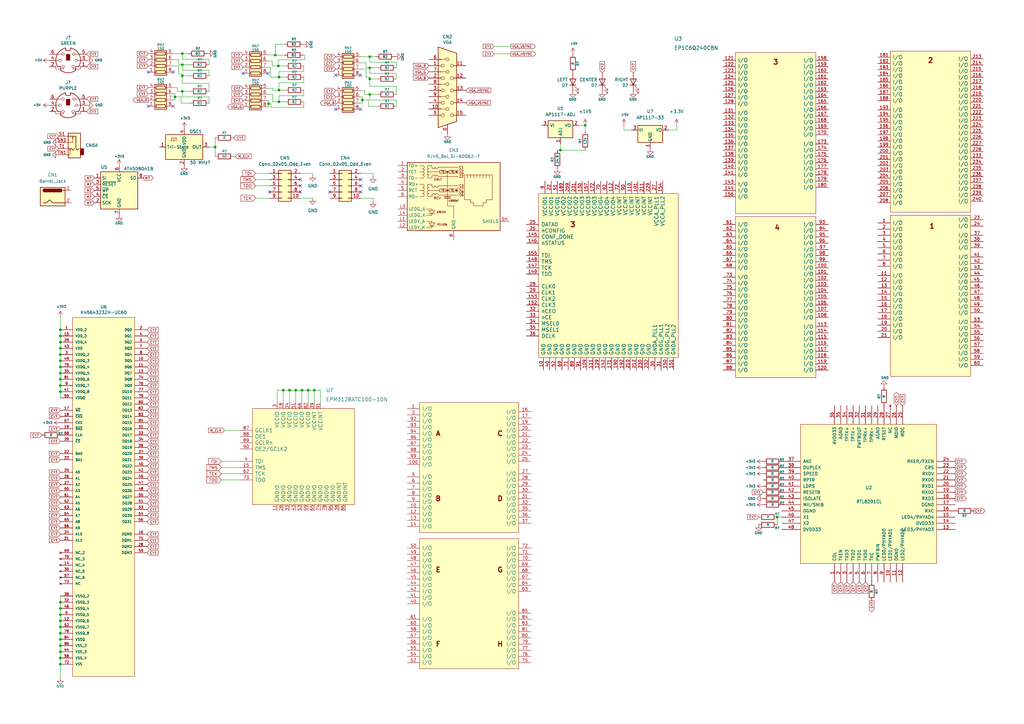
<source format=kicad_sch>
(kicad_sch (version 20211123) (generator eeschema)
  (paper "A3")
  (title_block (title "L130 Reverse Engineering") (date "2022-10-14") (company "gzalo.com"))
  (junction (at 24.765 160.655))
  (junction (at 151.638 38.735))
  (junction (at 121.285 160.02))
  (junction (at 151.638 32.385))
  (junction (at 24.765 145.415))
  (junction (at 24.765 150.495))
  (junction (at 24.765 249.555))
  (junction (at 148.59 41.021))
  (junction (at 24.765 254.635))
  (junction (at 114.427 41.783))
  (junction (at 88.265 60.325))
  (junction (at 24.765 252.095))
  (junction (at 118.745 160.02))
  (junction (at 151.638 23.241))
  (junction (at 229.87 61.595))
  (junction (at 24.765 272.415))
  (junction (at 114.427 36.957))
  (junction (at 114.173 27.051))
  (junction (at 24.765 158.115))
  (junction (at 24.765 257.175))
  (junction (at 74.803 37.465))
  (junction (at 110.109 42.545))
  (junction (at 71.755 39.751))
  (junction (at 24.765 155.575))
  (junction (at 24.765 135.255))
  (junction (at 24.765 267.335))
  (junction (at 74.803 21.971))
  (junction (at 24.765 142.875))
  (junction (at 74.803 26.543))
  (junction (at 24.765 137.795))
  (junction (at 318.77 212.09))
  (junction (at 128.905 160.02))
  (junction (at 116.205 160.02))
  (junction (at 151.638 27.813))
  (junction (at 24.765 259.715))
  (junction (at 24.765 153.035))
  (junction (at 240.03 51.435))
  (junction (at 24.765 147.955))
  (junction (at 24.765 140.335))
  (junction (at 24.765 264.795))
  (junction (at 112.903 22.606))
  (junction (at 126.365 160.02))
  (junction (at 114.427 31.623))
  (junction (at 123.825 160.02))
  (junction (at 74.803 31.115))
  (junction (at 24.765 269.875))
  (junction (at 24.765 262.255))
  (junction (at 24.765 247.015))
  (no_connect (at 137.668 44.831))
  (no_connect (at 147.955 73.66))
  (no_connect (at 147.955 76.2))
  (no_connect (at 147.955 78.74))
  (no_connect (at 135.255 78.74))
  (no_connect (at 123.19 78.74))
  (no_connect (at 110.49 78.74))
  (no_connect (at 137.668 30.861))
  (no_connect (at 147.828 30.861))
  (no_connect (at 99.695 30.099))
  (no_connect (at 123.19 76.2))
  (no_connect (at 70.993 43.561))
  (no_connect (at 123.19 73.66))
  (no_connect (at 70.993 29.591))
  (no_connect (at 60.833 43.561))
  (no_connect (at 147.828 44.831))
  (no_connect (at 60.833 29.591))
  (no_connect (at 109.855 30.099))
  (wire (pts (xy 320.675 212.09) (xy 318.77 212.09)))
  (wire (pts (xy 72.771 37.465) (xy 74.803 37.465)))
  (wire (pts (xy 73.279 24.511) (xy 70.993 24.511)))
  (wire (pts (xy 85.725 24.257) (xy 85.725 26.543)))
  (wire (pts (xy 24.765 264.795) (xy 24.765 267.335)))
  (wire (pts (xy 116.713 22.606) (xy 112.903 22.606)))
  (wire (pts (xy 229.87 61.595) (xy 240.03 61.595)))
  (wire (pts (xy 113.665 165.1) (xy 113.665 160.02)))
  (wire (pts (xy 124.968 24.511) (xy 124.968 22.606)))
  (wire (pts (xy 123.19 71.12) (xy 128.27 71.12)))
  (wire (pts (xy 112.903 18.161) (xy 116.713 18.161)))
  (wire (pts (xy 109.855 38.735) (xy 111.887 38.735)))
  (wire (pts (xy 24.765 249.555) (xy 24.765 252.095)))
  (wire (pts (xy 151.638 27.813) (xy 154.94 27.813)))
  (wire (pts (xy 148.59 42.291) (xy 147.828 42.291)))
  (wire (pts (xy 24.765 145.415) (xy 24.765 147.955)))
  (wire (pts (xy 153.035 71.12) (xy 153.035 72.39)))
  (wire (pts (xy 151.638 32.385) (xy 154.94 32.385)))
  (wire (pts (xy 128.27 71.12) (xy 128.27 71.755)))
  (wire (pts (xy 74.803 26.543) (xy 73.279 26.543)))
  (wire (pts (xy 110.871 31.623) (xy 114.427 31.623)))
  (wire (pts (xy 128.905 165.1) (xy 128.905 160.02)))
  (wire (pts (xy 114.427 36.957) (xy 116.967 36.957)))
  (wire (pts (xy 114.427 33.909) (xy 114.427 36.957)))
  (wire (pts (xy 124.587 39.243) (xy 114.427 39.243)))
  (wire (pts (xy 109.855 36.195) (xy 111.887 36.195)))
  (wire (pts (xy 202.692 22.098) (xy 209.55 22.098)))
  (wire (pts (xy 71.755 38.481) (xy 71.755 39.751)))
  (wire (pts (xy 151.638 41.021) (xy 162.56 41.021)))
  (wire (pts (xy 24.765 259.715) (xy 24.765 262.255)))
  (wire (pts (xy 162.56 38.735) (xy 162.56 35.433)))
  (wire (pts (xy 150.114 28.321) (xy 150.114 31.623)))
  (wire (pts (xy 151.638 30.099) (xy 162.56 30.099)))
  (wire (pts (xy 151.638 23.241) (xy 151.638 25.527)))
  (wire (pts (xy 110.109 41.275) (xy 110.109 42.545)))
  (wire (pts (xy 114.173 24.511) (xy 124.968 24.511)))
  (wire (pts (xy 70.993 27.051) (xy 73.279 27.051)))
  (wire (pts (xy 124.587 29.337) (xy 124.587 27.051)))
  (wire (pts (xy 124.968 22.606) (xy 124.333 22.606)))
  (wire (pts (xy 24.765 160.655) (xy 24.765 163.195)))
  (wire (pts (xy 104.775 71.12) (xy 110.49 71.12)))
  (wire (pts (xy 259.08 53.34) (xy 255.905 53.34)))
  (wire (pts (xy 123.825 160.02) (xy 126.365 160.02)))
  (wire (pts (xy 118.745 165.1) (xy 118.745 160.02)))
  (wire (pts (xy 151.638 35.433) (xy 151.638 32.385)))
  (wire (pts (xy 24.765 257.175) (xy 24.765 259.715)))
  (wire (pts (xy 24.765 140.335) (xy 24.765 142.875)))
  (wire (pts (xy 240.03 51.435) (xy 240.03 53.975)))
  (wire (pts (xy 88.265 56.515) (xy 88.265 60.325)))
  (wire (pts (xy 162.56 41.021) (xy 162.56 43.561)))
  (wire (pts (xy 153.035 81.28) (xy 153.035 82.55)))
  (wire (pts (xy 151.638 31.623) (xy 151.638 32.385)))
  (wire (pts (xy 85.725 28.829) (xy 85.725 31.115)))
  (wire (pts (xy 109.855 27.559) (xy 110.871 27.559)))
  (wire (pts (xy 124.587 33.909) (xy 114.427 33.909)))
  (wire (pts (xy 24.765 135.255) (xy 24.765 137.795)))
  (wire (pts (xy 149.606 38.735) (xy 151.638 38.735)))
  (wire (pts (xy 151.638 27.813) (xy 150.114 27.813)))
  (wire (pts (xy 24.765 254.635) (xy 24.765 257.175)))
  (wire (pts (xy 111.887 38.735) (xy 111.887 41.783)))
  (wire (pts (xy 114.427 39.243) (xy 114.427 41.783)))
  (wire (pts (xy 151.638 27.813) (xy 151.638 30.099)))
  (wire (pts (xy 74.803 21.971) (xy 74.803 24.257)))
  (wire (pts (xy 85.725 34.163) (xy 74.803 34.163)))
  (wire (pts (xy 90.805 191.77) (xy 98.425 191.77)))
  (wire (pts (xy 112.903 22.606) (xy 112.903 18.161)))
  (wire (pts (xy 88.265 60.325) (xy 88.265 64.135)))
  (wire (pts (xy 24.765 142.875) (xy 24.765 145.415)))
  (wire (pts (xy 151.13 43.561) (xy 154.94 43.561)))
  (wire (pts (xy 72.771 35.941) (xy 72.771 37.465)))
  (wire (pts (xy 74.803 24.257) (xy 85.725 24.257)))
  (wire (pts (xy 109.855 22.479) (xy 112.903 22.606)))
  (wire (pts (xy 111.887 36.195) (xy 111.887 36.957)))
  (wire (pts (xy 116.205 160.02) (xy 116.205 165.1)))
  (wire (pts (xy 121.285 160.02) (xy 123.825 160.02)))
  (wire (pts (xy 111.125 42.545) (xy 111.125 44.069)))
  (wire (pts (xy 111.633 27.051) (xy 114.173 27.051)))
  (wire (pts (xy 24.765 252.095) (xy 24.765 254.635)))
  (wire (pts (xy 74.803 30.353) (xy 74.803 31.115)))
  (wire (pts (xy 202.692 19.05) (xy 209.55 19.05)))
  (wire (pts (xy 151.638 25.527) (xy 162.56 25.527)))
  (wire (pts (xy 104.775 73.66) (xy 110.49 73.66)))
  (wire (pts (xy 277.495 53.34) (xy 277.495 51.435)))
  (wire (pts (xy 74.803 37.465) (xy 74.803 39.751)))
  (wire (pts (xy 74.803 34.163) (xy 74.803 31.115)))
  (wire (pts (xy 147.828 39.751) (xy 148.59 39.751)))
  (wire (pts (xy 151.638 38.735) (xy 154.94 38.735)))
  (wire (pts (xy 150.114 31.623) (xy 151.638 31.623)))
  (wire (pts (xy 149.606 37.211) (xy 149.606 38.735)))
  (wire (pts (xy 151.638 38.735) (xy 151.638 41.021)))
  (wire (pts (xy 24.765 269.875) (xy 24.765 272.415)))
  (wire (pts (xy 24.765 244.475) (xy 24.765 247.015)))
  (wire (pts (xy 228.6 61.595) (xy 229.87 61.595)))
  (wire (pts (xy 74.803 26.543) (xy 78.105 26.543)))
  (wire (pts (xy 24.765 153.035) (xy 24.765 155.575)))
  (wire (pts (xy 74.803 31.115) (xy 78.105 31.115)))
  (wire (pts (xy 111.887 41.783) (xy 114.427 41.783)))
  (wire (pts (xy 237.49 51.435) (xy 240.03 51.435)))
  (wire (pts (xy 123.825 165.1) (xy 123.825 160.02)))
  (wire (pts (xy 147.955 71.12) (xy 153.035 71.12)))
  (wire (pts (xy 70.993 35.941) (xy 72.771 35.941)))
  (wire (pts (xy 24.765 262.255) (xy 24.765 264.795)))
  (wire (pts (xy 114.427 41.783) (xy 116.967 41.783)))
  (wire (pts (xy 116.205 160.02) (xy 118.745 160.02)))
  (wire (pts (xy 111.887 36.957) (xy 114.427 36.957)))
  (wire (pts (xy 124.587 36.957) (xy 124.587 39.243)))
  (wire (pts (xy 73.279 27.051) (xy 73.279 30.353)))
  (wire (pts (xy 90.805 194.31) (xy 98.425 194.31)))
  (wire (pts (xy 85.725 37.465) (xy 85.725 34.163)))
  (wire (pts (xy 113.665 160.02) (xy 116.205 160.02)))
  (wire (pts (xy 109.855 25.019) (xy 111.633 25.019)))
  (wire (pts (xy 150.114 27.813) (xy 150.114 25.781)))
  (wire (pts (xy 147.828 37.211) (xy 149.606 37.211)))
  (wire (pts (xy 109.855 41.275) (xy 110.109 41.275)))
  (wire (pts (xy 71.755 41.021) (xy 70.993 41.021)))
  (wire (pts (xy 229.87 59.055) (xy 229.87 61.595)))
  (wire (pts (xy 110.109 42.545) (xy 110.109 43.815)))
  (wire (pts (xy 110.871 27.559) (xy 110.871 31.623)))
  (wire (pts (xy 24.765 130.175) (xy 24.765 135.255)))
  (wire (pts (xy 131.445 165.1) (xy 131.445 160.02)))
  (wire (pts (xy 126.365 160.02) (xy 128.905 160.02)))
  (wire (pts (xy 162.56 25.527) (xy 162.56 27.813)))
  (wire (pts (xy 150.114 25.781) (xy 147.828 25.781)))
  (wire (pts (xy 24.765 155.575) (xy 24.765 158.115)))
  (wire (pts (xy 151.13 41.021) (xy 151.13 43.561)))
  (wire (pts (xy 24.765 247.015) (xy 24.765 249.555)))
  (wire (pts (xy 73.279 30.353) (xy 74.803 30.353)))
  (wire (pts (xy 90.805 196.85) (xy 98.425 196.85)))
  (wire (pts (xy 24.765 137.795) (xy 24.765 140.335)))
  (wire (pts (xy 74.803 39.751) (xy 85.725 39.751)))
  (wire (pts (xy 147.828 28.321) (xy 150.114 28.321)))
  (wire (pts (xy 126.365 165.1) (xy 126.365 160.02)))
  (wire (pts (xy 110.109 43.815) (xy 109.855 43.815)))
  (wire (pts (xy 148.59 41.021) (xy 151.13 41.021)))
  (wire (pts (xy 104.775 76.2) (xy 110.49 76.2)))
  (wire (pts (xy 71.755 39.751) (xy 74.295 39.751)))
  (wire (pts (xy 74.295 39.751) (xy 74.295 42.291)))
  (wire (pts (xy 121.285 165.1) (xy 121.285 160.02)))
  (wire (pts (xy 162.56 30.099) (xy 162.56 32.385)))
  (wire (pts (xy 123.19 81.28) (xy 128.27 81.28)))
  (wire (pts (xy 104.775 81.28) (xy 110.49 81.28)))
  (wire (pts (xy 274.32 53.34) (xy 277.495 53.34)))
  (wire (pts (xy 71.755 39.751) (xy 71.755 41.021)))
  (wire (pts (xy 111.633 25.019) (xy 111.633 27.051)))
  (wire (pts (xy 24.765 272.415) (xy 24.765 278.13)))
  (wire (pts (xy 74.803 26.543) (xy 74.803 28.829)))
  (wire (pts (xy 85.725 39.751) (xy 85.725 42.291)))
  (wire (pts (xy 90.805 189.23) (xy 98.425 189.23)))
  (wire (pts (xy 124.587 44.069) (xy 124.587 41.783)))
  (wire (pts (xy 114.427 31.623) (xy 114.427 29.337)))
  (wire (pts (xy 148.59 39.751) (xy 148.59 41.021)))
  (wire (pts (xy 92.075 176.53) (xy 98.425 176.53)))
  (wire (pts (xy 131.445 160.02) (xy 128.905 160.02)))
  (wire (pts (xy 114.427 31.623) (xy 116.967 31.623)))
  (wire (pts (xy 162.56 35.433) (xy 151.638 35.433)))
  (wire (pts (xy 114.427 29.337) (xy 124.587 29.337)))
  (wire (pts (xy 114.173 27.051) (xy 116.967 27.051)))
  (wire (pts (xy 111.125 44.069) (xy 124.587 44.069)))
  (wire (pts (xy 95.885 64.135) (xy 96.52 64.135)))
  (wire (pts (xy 318.77 215.265) (xy 318.77 212.09)))
  (wire (pts (xy 114.173 24.511) (xy 114.173 27.051)))
  (wire (pts (xy 74.803 21.971) (xy 77.343 21.971)))
  (wire (pts (xy 74.803 28.829) (xy 85.725 28.829)))
  (wire (pts (xy 151.638 23.241) (xy 154.178 23.241)))
  (wire (pts (xy 147.955 81.28) (xy 153.035 81.28)))
  (wire (pts (xy 24.765 158.115) (xy 24.765 160.655)))
  (wire (pts (xy 121.285 160.02) (xy 118.745 160.02)))
  (wire (pts (xy 24.765 150.495) (xy 24.765 153.035)))
  (wire (pts (xy 74.295 42.291) (xy 78.105 42.291)))
  (wire (pts (xy 70.993 38.481) (xy 71.755 38.481)))
  (wire (pts (xy 110.109 42.545) (xy 111.125 42.545)))
  (wire (pts (xy 255.905 51.435) (xy 255.905 53.34)))
  (wire (pts (xy 70.993 21.971) (xy 74.803 21.971)))
  (wire (pts (xy 147.828 23.241) (xy 151.638 23.241)))
  (wire (pts (xy 24.765 267.335) (xy 24.765 269.875)))
  (wire (pts (xy 124.587 31.623) (xy 124.587 33.909)))
  (wire (pts (xy 73.279 26.543) (xy 73.279 24.511)))
  (wire (pts (xy 148.59 41.021) (xy 148.59 42.291)))
  (wire (pts (xy 24.765 147.955) (xy 24.765 150.495)))
  (wire (pts (xy 74.803 37.465) (xy 78.105 37.465)))
  (wire (pts (xy 85.725 60.325) (xy 88.265 60.325)))
  (global_label "CY?" (shape input) (at 60.325 158.115 0) (effects (font (size 0.9906 0.9906))) (property "Intersheet References" "${INTERSHEET_REFS}" (effects hide)))
  (global_label "CY?" (shape input) (at 24.13 55.88 180) (effects (font (size 0.9906 0.9906))) (property "Intersheet References" "${INTERSHEET_REFS}" (effects hide)))
  (global_label "CY?" (shape input) (at 60.325 188.595 0) (effects (font (size 0.9906 0.9906))) (property "Intersheet References" "${INTERSHEET_REFS}" (effects hide)))
  (global_label "CY?" (shape input) (at 60.325 219.075 0) (effects (font (size 0.9906 0.9906))) (property "Intersheet References" "${INTERSHEET_REFS}" (effects hide)))
  (global_label "TDO" (shape input) (at 90.805 196.85 180) (property "Intersheet References" "${INTERSHEET_REFS}" (effects hide)))
  (global_label "CY?" (shape input) (at 60.833 24.511 180) (effects (font (size 0.9906 0.9906))) (property "Intersheet References" "${INTERSHEET_REFS}" (effects hide)))
  (global_label "CY?" (shape input) (at 24.765 186.055 180) (effects (font (size 0.9906 0.9906))) (property "Intersheet References" "${INTERSHEET_REFS}" (effects hide)))
  (global_label "CY?" (shape input) (at 60.833 27.051 180) (effects (font (size 0.9906 0.9906))) (property "Intersheet References" "${INTERSHEET_REFS}" (effects hide)))
  (global_label "CY?" (shape input) (at 24.765 193.675 180) (effects (font (size 0.9906 0.9906))) (property "Intersheet References" "${INTERSHEET_REFS}" (effects hide)))
  (global_label "CY?" (shape output) (at 391.795 204.47 0) (effects (font (size 0.9906 0.9906))) (property "Intersheet References" "${INTERSHEET_REFS}" (effects hide)))
  (global_label "VGA_G" (shape output) (at 99.695 43.815 180) (effects (font (size 0.9906 0.9906))) (property "Intersheet References" "${INTERSHEET_REFS}" (effects hide)))
  (global_label "CY?" (shape input) (at 60.325 173.355 0) (effects (font (size 0.9906 0.9906))) (property "Intersheet References" "${INTERSHEET_REFS}" (effects hide)))
  (global_label "TCK" (shape input) (at 90.805 194.31 180) (property "Intersheet References" "${INTERSHEET_REFS}" (effects hide)))
  (global_label "CY?" (shape input) (at 99.695 38.735 180) (effects (font (size 0.9906 0.9906))) (property "Intersheet References" "${INTERSHEET_REFS}" (effects hide)))
  (global_label "CY?" (shape input) (at 60.833 35.941 180) (effects (font (size 0.9906 0.9906))) (property "Intersheet References" "${INTERSHEET_REFS}" (effects hide)))
  (global_label "CY?" (shape input) (at 60.325 170.815 0) (effects (font (size 0.9906 0.9906))) (property "Intersheet References" "${INTERSHEET_REFS}" (effects hide)))
  (global_label "CY?" (shape input) (at 24.765 175.895 180) (effects (font (size 0.9906 0.9906))) (property "Intersheet References" "${INTERSHEET_REFS}" (effects hide)))
  (global_label "CY?" (shape input) (at 24.765 188.595 180) (effects (font (size 0.9906 0.9906))) (property "Intersheet References" "${INTERSHEET_REFS}" (effects hide)))
  (global_label "CY?" (shape input) (at 202.692 22.098 180) (effects (font (size 0.9906 0.9906))) (property "Intersheet References" "${INTERSHEET_REFS}" (effects hide)))
  (global_label "CY?" (shape input) (at 60.325 213.995 0) (effects (font (size 0.9906 0.9906))) (property "Intersheet References" "${INTERSHEET_REFS}" (effects hide)))
  (global_label "CY?" (shape input) (at 60.325 140.335 0) (effects (font (size 0.9906 0.9906))) (property "Intersheet References" "${INTERSHEET_REFS}" (effects hide)))
  (global_label "CY?" (shape input) (at 60.325 160.655 0) (effects (font (size 0.9906 0.9906))) (property "Intersheet References" "${INTERSHEET_REFS}" (effects hide)))
  (global_label "CY?" (shape input) (at 24.765 219.075 180) (effects (font (size 0.9906 0.9906))) (property "Intersheet References" "${INTERSHEET_REFS}" (effects hide)))
  (global_label "VGA_VSYNC" (shape input) (at 191.135 42.164 0) (effects (font (size 0.9906 0.9906))) (property "Intersheet References" "${INTERSHEET_REFS}" (effects hide)))
  (global_label "CY?" (shape input) (at 347.345 238.76 270) (effects (font (size 0.9906 0.9906))) (property "Intersheet References" "${INTERSHEET_REFS}" (effects hide)))
  (global_label "CY?" (shape input) (at 24.765 201.295 180) (effects (font (size 0.9906 0.9906))) (property "Intersheet References" "${INTERSHEET_REFS}" (effects hide)))
  (global_label "CY?" (shape input) (at 60.325 178.435 0) (effects (font (size 0.9906 0.9906))) (property "Intersheet References" "${INTERSHEET_REFS}" (effects hide)))
  (global_label "CY?" (shape input) (at 60.325 208.915 0) (effects (font (size 0.9906 0.9906))) (property "Intersheet References" "${INTERSHEET_REFS}" (effects hide)))
  (global_label "CY?" (shape input) (at 60.325 206.375 0) (effects (font (size 0.9906 0.9906))) (property "Intersheet References" "${INTERSHEET_REFS}" (effects hide)))
  (global_label "CY?" (shape output) (at 391.795 194.31 0) (effects (font (size 0.9906 0.9906))) (property "Intersheet References" "${INTERSHEET_REFS}" (effects hide)))
  (global_label "CY?" (shape input) (at 60.325 191.135 0) (effects (font (size 0.9906 0.9906))) (property "Intersheet References" "${INTERSHEET_REFS}" (effects hide)))
  (global_label "CY?" (shape input) (at 24.13 60.96 180) (effects (font (size 0.9906 0.9906))) (property "Intersheet References" "${INTERSHEET_REFS}" (effects hide)))
  (global_label "CY?" (shape input) (at 352.425 238.76 270) (effects (font (size 0.9906 0.9906))) (property "Intersheet References" "${INTERSHEET_REFS}" (effects hide)))
  (global_label "CY?" (shape input) (at 137.668 37.211 180) (effects (font (size 0.9906 0.9906))) (property "Intersheet References" "${INTERSHEET_REFS}" (effects hide)))
  (global_label "VGA_G" (shape input) (at 175.895 29.464 180) (effects (font (size 0.9906 0.9906))) (property "Intersheet References" "${INTERSHEET_REFS}" (effects hide)))
  (global_label "CY?" (shape input) (at 259.715 29.845 90) (effects (font (size 0.9906 0.9906))) (property "Intersheet References" "${INTERSHEET_REFS}" (effects hide)))
  (global_label "CY?" (shape input) (at 60.325 153.035 0) (effects (font (size 0.9906 0.9906))) (property "Intersheet References" "${INTERSHEET_REFS}" (effects hide)))
  (global_label "CY?" (shape input) (at 60.325 142.875 0) (effects (font (size 0.9906 0.9906))) (property "Intersheet References" "${INTERSHEET_REFS}" (effects hide)))
  (global_label "CY?" (shape input) (at 137.668 23.241 180) (effects (font (size 0.9906 0.9906))) (property "Intersheet References" "${INTERSHEET_REFS}" (effects hide)))
  (global_label "CY?" (shape input) (at 60.325 147.955 0) (effects (font (size 0.9906 0.9906))) (property "Intersheet References" "${INTERSHEET_REFS}" (effects hide)))
  (global_label "CY?" (shape input) (at 24.765 208.915 180) (effects (font (size 0.9906 0.9906))) (property "Intersheet References" "${INTERSHEET_REFS}" (effects hide)))
  (global_label "VGA_R" (shape input) (at 175.895 26.924 180) (effects (font (size 0.9906 0.9906))) (property "Intersheet References" "${INTERSHEET_REFS}" (effects hide)))
  (global_label "CY?" (shape input) (at 370.205 166.37 90) (effects (font (size 0.9906 0.9906))) (property "Intersheet References" "${INTERSHEET_REFS}" (effects hide)))
  (global_label "CY?" (shape output) (at 391.795 191.77 0) (effects (font (size 0.9906 0.9906))) (property "Intersheet References" "${INTERSHEET_REFS}" (effects hide)))
  (global_label "CY?" (shape input) (at 35.56 22.225 0) (effects (font (size 0.9906 0.9906))) (property "Intersheet References" "${INTERSHEET_REFS}" (effects hide)))
  (global_label "M_CLK" (shape input) (at 92.075 176.53 180) (effects (font (size 0.9906 0.9906))) (property "Intersheet References" "${INTERSHEET_REFS}" (effects hide)))
  (global_label "CY?" (shape input) (at 60.325 224.155 0) (effects (font (size 0.9906 0.9906))) (property "Intersheet References" "${INTERSHEET_REFS}" (effects hide)))
  (global_label "CY?" (shape input) (at 99.695 41.275 180) (effects (font (size 0.9906 0.9906))) (property "Intersheet References" "${INTERSHEET_REFS}" (effects hide)))
  (global_label "CY?" (shape input) (at 35.56 45.72 0) (effects (font (size 0.9906 0.9906))) (property "Intersheet References" "${INTERSHEET_REFS}" (effects hide)))
  (global_label "CY?" (shape input) (at 24.765 213.995 180) (effects (font (size 0.9906 0.9906))) (property "Intersheet References" "${INTERSHEET_REFS}" (effects hide)))
  (global_label "TDI" (shape input) (at 104.775 71.12 180) (property "Intersheet References" "${INTERSHEET_REFS}" (effects hide)))
  (global_label "CY?" (shape input) (at 60.325 150.495 0) (effects (font (size 0.9906 0.9906))) (property "Intersheet References" "${INTERSHEET_REFS}" (effects hide)))
  (global_label "TMS" (shape input) (at 104.775 73.66 180) (property "Intersheet References" "${INTERSHEET_REFS}" (effects hide)))
  (global_label "M?" (shape output) (at 59.055 73.025 0) (effects (font (size 0.9906 0.9906))) (property "Intersheet References" "${INTERSHEET_REFS}" (effects hide)))
  (global_label "CY?" (shape input) (at 99.695 36.195 180) (effects (font (size 0.9906 0.9906))) (property "Intersheet References" "${INTERSHEET_REFS}" (effects hide)))
  (global_label "CY?" (shape input) (at 60.325 145.415 0) (effects (font (size 0.9906 0.9906))) (property "Intersheet References" "${INTERSHEET_REFS}" (effects hide)))
  (global_label "CY?" (shape input) (at 342.265 238.76 270) (effects (font (size 0.9906 0.9906))) (property "Intersheet References" "${INTERSHEET_REFS}" (effects hide)))
  (global_label "M?" (shape input) (at 38.735 83.185 180) (effects (font (size 0.9906 0.9906))) (property "Intersheet References" "${INTERSHEET_REFS}" (effects hide)))
  (global_label "CY?" (shape input) (at 17.145 178.435 180) (effects (font (size 0.9906 0.9906))) (property "Intersheet References" "${INTERSHEET_REFS}" (effects hide)))
  (global_label "CY?" (shape input) (at 24.765 170.815 180) (effects (font (size 0.9906 0.9906))) (property "Intersheet References" "${INTERSHEET_REFS}" (effects hide)))
  (global_label "VGA_HSYNC" (shape input) (at 191.135 37.084 0) (effects (font (size 0.9906 0.9906))) (property "Intersheet References" "${INTERSHEET_REFS}" (effects hide)))
  (global_label "CY?" (shape input) (at 60.325 155.575 0) (effects (font (size 0.9906 0.9906))) (property "Intersheet References" "${INTERSHEET_REFS}" (effects hide)))
  (global_label "VGA_R" (shape output) (at 60.833 41.021 180) (effects (font (size 0.9906 0.9906))) (property "Intersheet References" "${INTERSHEET_REFS}" (effects hide)))
  (global_label "CY?" (shape input) (at 60.325 221.615 0) (effects (font (size 0.9906 0.9906))) (property "Intersheet References" "${INTERSHEET_REFS}" (effects hide)))
  (global_label "M?" (shape input) (at 38.735 78.105 180) (effects (font (size 0.9906 0.9906))) (property "Intersheet References" "${INTERSHEET_REFS}" (effects hide)))
  (global_label "CY?" (shape input) (at 202.692 19.05 180) (effects (font (size 0.9906 0.9906))) (property "Intersheet References" "${INTERSHEET_REFS}" (effects hide)))
  (global_label "CY?" (shape input) (at 24.765 198.755 180) (effects (font (size 0.9906 0.9906))) (property "Intersheet References" "${INTERSHEET_REFS}" (effects hide)))
  (global_label "TDI" (shape input) (at 90.805 189.23 180) (property "Intersheet References" "${INTERSHEET_REFS}" (effects hide)))
  (global_label "CY?" (shape output) (at 391.795 201.93 0) (effects (font (size 0.9906 0.9906))) (property "Intersheet References" "${INTERSHEET_REFS}" (effects hide)))
  (global_label "M_CLK" (shape input) (at 96.52 64.135 0) (effects (font (size 0.9906 0.9906))) (property "Intersheet References" "${INTERSHEET_REFS}" (effects hide)))
  (global_label "CY?" (shape input) (at 60.325 203.835 0) (effects (font (size 0.9906 0.9906))) (property "Intersheet References" "${INTERSHEET_REFS}" (effects hide)))
  (global_label "CY?" (shape input) (at 60.325 183.515 0) (effects (font (size 0.9906 0.9906))) (property "Intersheet References" "${INTERSHEET_REFS}" (effects hide)))
  (global_label "CY?" (shape input) (at 311.15 212.09 180) (effects (font (size 0.9906 0.9906))) (property "Intersheet References" "${INTERSHEET_REFS}" (effects hide)))
  (global_label "CY?" (shape input) (at 137.668 39.751 180) (effects (font (size 0.9906 0.9906))) (property "Intersheet References" "${INTERSHEET_REFS}" (effects hide)))
  (global_label "VGA_B" (shape input) (at 175.895 32.004 180) (effects (font (size 0.9906 0.9906))) (property "Intersheet References" "${INTERSHEET_REFS}" (effects hide)))
  (global_label "VGA_VSYNC" (shape output) (at 209.55 19.05 0) (effects (font (size 0.9906 0.9906))) (property "Intersheet References" "${INTERSHEET_REFS}" (effects hide)))
  (global_label "CY?" (shape input) (at 24.765 216.535 180) (effects (font (size 0.9906 0.9906))) (property "Intersheet References" "${INTERSHEET_REFS}" (effects hide)))
  (global_label "CY?" (shape output) (at 399.415 209.55 0) (effects (font (size 0.9906 0.9906))) (property "Intersheet References" "${INTERSHEET_REFS}" (effects hide)))
  (global_label "TDO" (shape input) (at 104.775 76.2 180) (property "Intersheet References" "${INTERSHEET_REFS}" (effects hide)))
  (global_label "CY?" (shape input) (at 60.325 193.675 0) (effects (font (size 0.9906 0.9906))) (property "Intersheet References" "${INTERSHEET_REFS}" (effects hide)))
  (global_label "CY?" (shape input) (at 60.833 21.971 180) (effects (font (size 0.9906 0.9906))) (property "Intersheet References" "${INTERSHEET_REFS}" (effects hide)))
  (global_label "CY?" (shape input) (at 344.805 238.76 270) (effects (font (size 0.9906 0.9906))) (property "Intersheet References" "${INTERSHEET_REFS}" (effects hide)))
  (global_label "CY?" (shape input) (at 99.695 27.559 180) (effects (font (size 0.9906 0.9906))) (property "Intersheet References" "${INTERSHEET_REFS}" (effects hide)))
  (global_label "CY?" (shape input) (at 99.695 25.019 180) (effects (font (size 0.9906 0.9906))) (property "Intersheet References" "${INTERSHEET_REFS}" (effects hide)))
  (global_label "CY?" (shape input) (at 137.668 28.321 180) (effects (font (size 0.9906 0.9906))) (property "Intersheet References" "${INTERSHEET_REFS}" (effects hide)))
  (global_label "CY?" (shape input) (at 60.325 201.295 0) (effects (font (size 0.9906 0.9906))) (property "Intersheet References" "${INTERSHEET_REFS}" (effects hide)))
  (global_label "CY?" (shape input) (at 349.885 238.76 270) (effects (font (size 0.9906 0.9906))) (property "Intersheet References" "${INTERSHEET_REFS}" (effects hide)))
  (global_label "CY?" (shape input) (at 60.325 168.275 0) (effects (font (size 0.9906 0.9906))) (property "Intersheet References" "${INTERSHEET_REFS}" (effects hide)))
  (global_label "CY?" (shape input) (at 24.765 221.615 180) (effects (font (size 0.9906 0.9906))) (property "Intersheet References" "${INTERSHEET_REFS}" (effects hide)))
  (global_label "CY?" (shape input) (at 60.325 180.975 0) (effects (font (size 0.9906 0.9906))) (property "Intersheet References" "${INTERSHEET_REFS}" (effects hide)))
  (global_label "TMS" (shape input) (at 90.805 191.77 180) (property "Intersheet References" "${INTERSHEET_REFS}" (effects hide)))
  (global_label "CY?" (shape input) (at 24.765 196.215 180) (effects (font (size 0.9906 0.9906))) (property "Intersheet References" "${INTERSHEET_REFS}" (effects hide)))
  (global_label "TCK" (shape input) (at 104.775 81.28 180) (property "Intersheet References" "${INTERSHEET_REFS}" (effects hide)))
  (global_label "CY?" (shape input) (at 60.325 163.195 0) (effects (font (size 0.9906 0.9906))) (property "Intersheet References" "${INTERSHEET_REFS}" (effects hide)))
  (global_label "M?" (shape input) (at 38.735 75.565 180) (effects (font (size 0.9906 0.9906))) (property "Intersheet References" "${INTERSHEET_REFS}" (effects hide)))
  (global_label "CY?" (shape input) (at 24.765 206.375 180) (effects (font (size 0.9906 0.9906))) (property "Intersheet References" "${INTERSHEET_REFS}" (effects hide)))
  (global_label "CY?" (shape input) (at 60.325 186.055 0) (effects (font (size 0.9906 0.9906))) (property "Intersheet References" "${INTERSHEET_REFS}" (effects hide)))
  (global_label "CY?" (shape input) (at 247.015 29.845 90) (effects (font (size 0.9906 0.9906))) (property "Intersheet References" "${INTERSHEET_REFS}" (effects hide)))
  (global_label "CY?" (shape input) (at 60.325 198.755 0) (effects (font (size 0.9906 0.9906))) (property "Intersheet References" "${INTERSHEET_REFS}" (effects hide)))
  (global_label "CY?" (shape input) (at 60.325 211.455 0) (effects (font (size 0.9906 0.9906))) (property "Intersheet References" "${INTERSHEET_REFS}" (effects hide)))
  (global_label "CY?" (shape input) (at 60.325 135.255 0) (effects (font (size 0.9906 0.9906))) (property "Intersheet References" "${INTERSHEET_REFS}" (effects hide)))
  (global_label "VGA_HSYNC" (shape output) (at 209.55 22.098 0) (effects (font (size 0.9906 0.9906))) (property "Intersheet References" "${INTERSHEET_REFS}" (effects hide)))
  (global_label "CY?" (shape input) (at 60.325 175.895 0) (effects (font (size 0.9906 0.9906))) (property "Intersheet References" "${INTERSHEET_REFS}" (effects hide)))
  (global_label "CY?" (shape input) (at 99.695 22.479 180) (effects (font (size 0.9906 0.9906))) (property "Intersheet References" "${INTERSHEET_REFS}" (effects hide)))
  (global_label "CY?" (shape output) (at 391.795 196.85 0) (effects (font (size 0.9906 0.9906))) (property "Intersheet References" "${INTERSHEET_REFS}" (effects hide)))
  (global_label "CY?" (shape input) (at 137.668 25.781 180) (effects (font (size 0.9906 0.9906))) (property "Intersheet References" "${INTERSHEET_REFS}" (effects hide)))
  (global_label "CY?" (shape input) (at 95.885 56.515 0) (effects (font (size 0.9906 0.9906))) (property "Intersheet References" "${INTERSHEET_REFS}" (effects hide)))
  (global_label "CY?" (shape input) (at 24.765 203.835 180) (effects (font (size 0.9906 0.9906))) (property "Intersheet References" "${INTERSHEET_REFS}" (effects hide)))
  (global_label "CY?" (shape bidirectional) (at 367.665 166.37 90) (effects (font (size 0.9906 0.9906))) (property "Intersheet References" "${INTERSHEET_REFS}" (effects hide)))
  (global_label "CY?" (shape input) (at 60.325 196.215 0) (effects (font (size 0.9906 0.9906))) (property "Intersheet References" "${INTERSHEET_REFS}" (effects hide)))
  (global_label "CY?" (shape input) (at 60.325 165.735 0) (effects (font (size 0.9906 0.9906))) (property "Intersheet References" "${INTERSHEET_REFS}" (effects hide)))
  (global_label "CY?" (shape input) (at 60.833 38.481 180) (effects (font (size 0.9906 0.9906))) (property "Intersheet References" "${INTERSHEET_REFS}" (effects hide)))
  (global_label "CY?" (shape input) (at 24.765 180.975 180) (effects (font (size 0.9906 0.9906))) (property "Intersheet References" "${INTERSHEET_REFS}" (effects hide)))
  (global_label "CY?" (shape output) (at 391.795 189.23 0) (effects (font (size 0.9906 0.9906))) (property "Intersheet References" "${INTERSHEET_REFS}" (effects hide)))
  (global_label "CY?" (shape output) (at 357.505 246.38 270) (effects (font (size 0.9906 0.9906))) (property "Intersheet References" "${INTERSHEET_REFS}" (effects hide)))
  (global_label "CY?" (shape input) (at 354.965 238.76 270) (effects (font (size 0.9906 0.9906))) (property "Intersheet References" "${INTERSHEET_REFS}" (effects hide)))
  (global_label "VGA_B" (shape output) (at 137.668 42.291 180) (effects (font (size 0.9906 0.9906))) (property "Intersheet References" "${INTERSHEET_REFS}" (effects hide)))
  (global_label "CY?" (shape input) (at 313.055 201.93 180) (effects (font (size 0.9906 0.9906))) (property "Intersheet References" "${INTERSHEET_REFS}" (effects hide)))
  (global_label "M?" (shape input) (at 38.735 73.025 180) (effects (font (size 0.9906 0.9906))) (property "Intersheet References" "${INTERSHEET_REFS}" (effects hide)))
  (global_label "CY?" (shape input) (at 60.325 137.795 0) (effects (font (size 0.9906 0.9906))) (property "Intersheet References" "${INTERSHEET_REFS}" (effects hide)))
  (global_label "CY?" (shape input) (at 35.56 40.64 0) (effects (font (size 0.9906 0.9906))) (property "Intersheet References" "${INTERSHEET_REFS}" (effects hide)))
  (global_label "M?" (shape input) (at 38.735 80.645 180) (effects (font (size 0.9906 0.9906))) (property "Intersheet References" "${INTERSHEET_REFS}" (effects hide)))
  (global_label "CY?" (shape output) (at 391.795 199.39 0) (effects (font (size 0.9906 0.9906))) (property "Intersheet References" "${INTERSHEET_REFS}" (effects hide)))
  (global_label "CY?" (shape input) (at 24.765 168.275 180) (effects (font (size 0.9906 0.9906))) (property "Intersheet References" "${INTERSHEET_REFS}" (effects hide)))
  (global_label "CY?" (shape input) (at 35.56 27.305 0) (effects (font (size 0.9906 0.9906))) (property "Intersheet References" "${INTERSHEET_REFS}" (effects hide)))
  (global_label "CY?" (shape input) (at 60.325 226.695 0) (effects (font (size 0.9906 0.9906))) (property "Intersheet References" "${INTERSHEET_REFS}" (effects hide)))
  (global_label "CY?" (shape input) (at 24.765 211.455 180) (effects (font (size 0.9906 0.9906))) (property "Intersheet References" "${INTERSHEET_REFS}" (effects hide)))
  (symbol (lib_id "Device:R") (at 120.523 22.606 270) (unit 1)
    (property "Reference" "R?" (at 120.523 20.574 90) (effects (font (size 0.9906 0.9906))))
    (property "Value" "82" (at 120.523 22.606 90) (effects (font (size 0.9906 0.9906))))
  )
  (symbol (lib_id "power:GND") (at 124.333 18.161 90) (unit 1)
    (property "Reference" "#PWR?" (effects hide))
    (property "Value" "GND" (at 127.635 16.637 0) (effects (font (size 0.9906 0.9906)) (justify right)))
  )
  (symbol (lib_id "Device:R") (at 234.95 26.035 180) (unit 1)
    (property "Reference" "R?" (at 236.982 26.035 90) (effects (font (size 0.9906 0.9906))))
    (property "Value" "R" (at 234.95 26.035 90) (effects (font (size 0.9906 0.9906))))
  )
  (symbol (lib_id "ncomp-rescue:IS42S32800D-6TL-IS42S32800D-6TL") (at 42.545 201.295 0) (unit 1)
    (property "Reference" "U6" (at 42.545 125.857 0))
    (property "Value" "K45643232H-UC60" (at 42.545 128.1684 0))
    (property "Footprint" "SOP50P1176X120-86N" (effects hide))
    (property "Datasheet" "ISSI, Integrated" (effects hide))
    (property "Field4" "None" (effects hide))
    (property "Field5" "TSOP-86 ISSI" (effects hide))
    (property "Field6" "Unavailable" (effects hide))
    (property "Field7" "IS42S32800D-6TL" (effects hide))
    (property "Field8" "256m, 3.3v, Sdram, 8mx32, 166mhz, 86 Pin Tsop Ii Rohs" (effects hide))
  )
  (symbol (lib_id "ncomp-rescue:+3.3V-power") (at 313.055 189.23 90) (unit 1)
    (property "Reference" "#PWR?" (effects hide))
    (property "Value" "+3.3V" (at 309.88 189.23 90) (effects (font (size 0.9906 0.9906)) (justify left)))
  )
  (symbol (lib_id "power:GND") (at 234.95 37.465 0) (unit 1)
    (property "Reference" "#PWR?" (effects hide))
    (property "Value" "GND" (at 236.474 40.767 0) (effects (font (size 0.9906 0.9906)) (justify right)))
  )
  (symbol (lib_id "Device:R") (at 316.865 199.39 90) (unit 1)
    (property "Reference" "R?" (at 320.675 198.755 90) (effects (font (size 0.9906 0.9906))))
    (property "Value" "R" (at 316.865 199.39 90) (effects (font (size 0.9906 0.9906))))
  )
  (symbol (lib_id "Connector:Barrel_Jack") (at 21.59 80.645 0) (unit 1)
    (property "Reference" "CN1" (at 21.59 71.755 0))
    (property "Value" "Barrel_Jack" (at 21.59 74.295 0))
  )
  (symbol (lib_id "Device:R") (at 316.865 196.85 90) (unit 1)
    (property "Reference" "R?" (at 320.675 196.215 90) (effects (font (size 0.9906 0.9906))))
    (property "Value" "R" (at 316.865 196.85 90) (effects (font (size 0.9906 0.9906))))
  )
  (symbol (lib_id "Regulator_Linear:AP1117-ADJ") (at 229.87 51.435 0) (unit 1)
    (property "Reference" "U1" (at 229.87 44.45 0))
    (property "Value" "AP1117-ADJ" (at 229.87 46.99 0))
    (property "Footprint" "Package_TO_SOT_SMD:SOT-223-3_TabPin2" (effects hide))
    (property "Datasheet" "http://www.diodes.com/datasheets/AP1117.pdf" (effects hide))
  )
  (symbol (lib_id "Connector_Generic:Conn_02x05_Odd_Even") (at 140.335 76.2 0) (unit 1)
    (property "Reference" "CN4" (at 141.605 64.77 0))
    (property "Value" "Conn_02x05_Odd_Even" (at 141.605 67.31 0))
  )
  (symbol (lib_id "Connector:DB15_Female_HighDensity_MountingHoles") (at 183.515 37.084 0) (unit 1)
    (property "Reference" "CN2" (at 183.515 15.0622 0))
    (property "Value" "VGA" (at 183.515 17.3736 0))
    (property "Datasheet" " ~" (effects hide))
  )
  (symbol (lib_id "ncomp-rescue:+3.3V-power") (at 24.765 173.355 90) (unit 1)
    (property "Reference" "#PWR?" (effects hide))
    (property "Value" "+3.3V" (at 21.59 173.355 90) (effects (font (size 0.9906 0.9906)) (justify left)))
  )
  (symbol (lib_id "Device:R") (at 120.777 36.957 270) (unit 1)
    (property "Reference" "R?" (at 120.777 34.925 90) (effects (font (size 0.9906 0.9906))))
    (property "Value" "82" (at 120.777 36.957 90) (effects (font (size 0.9906 0.9906))))
  )
  (symbol (lib_id "Device:R") (at 120.777 27.051 270) (unit 1)
    (property "Reference" "R?" (at 120.777 25.019 90) (effects (font (size 0.9906 0.9906))))
    (property "Value" "82" (at 120.777 27.051 90) (effects (font (size 0.9906 0.9906))))
  )
  (symbol (lib_id "Device:R") (at 316.865 207.01 90) (unit 1)
    (property "Reference" "R?" (at 320.675 206.375 90) (effects (font (size 0.9906 0.9906))))
    (property "Value" "R" (at 316.865 207.01 90) (effects (font (size 0.9906 0.9906))))
  )
  (symbol (lib_id "Device:R") (at 314.96 215.265 90) (unit 1)
    (property "Reference" "R?" (at 318.77 216.535 90) (effects (font (size 0.9906 0.9906))))
    (property "Value" "R" (at 314.96 215.265 90) (effects (font (size 0.9906 0.9906))))
  )
  (symbol (lib_id "power:GND") (at 183.515 54.864 0) (mirror y) (unit 1)
    (property "Reference" "#PWR?" (effects hide))
    (property "Value" "GND" (at 181.991 58.166 0) (effects (font (size 0.9906 0.9906)) (justify right)))
  )
  (symbol (lib_id "power:GND") (at 84.963 21.971 90) (unit 1)
    (property "Reference" "#PWR?" (effects hide))
    (property "Value" "GND" (at 88.265 20.447 0) (effects (font (size 0.9906 0.9906)) (justify right)))
  )
  (symbol (lib_id "power:GND") (at 247.015 37.465 0) (unit 1)
    (property "Reference" "#PWR?" (effects hide))
    (property "Value" "GND" (at 248.539 40.767 0) (effects (font (size 0.9906 0.9906)) (justify right)))
  )
  (symbol (lib_id "Device:R") (at 362.585 162.56 0) (unit 1)
    (property "Reference" "R?" (at 360.553 162.56 90) (effects (font (size 0.9906 0.9906))))
    (property "Value" "R" (at 362.585 162.56 90) (effects (font (size 0.9906 0.9906))))
  )
  (symbol (lib_id "ncomp-rescue:RTL8201CL-rtl2801cl") (at 356.235 203.2 0) (unit 1)
    (property "Reference" "U2" (at 354.965 200.025 0) (effects (justify left)))
    (property "Value" "RTL8201CL" (at 351.155 205.74 0) (effects (justify left)))
    (property "Footprint" "MODULE" (effects hide))
    (property "Datasheet" "DOCUMENTATION" (effects hide))
  )
  (symbol (lib_id "Altera:EPM3128ATC100-10N") (at 125.095 231.14 0) (unit 1)
    (property "Reference" "U?" (at 133.6041 160.02 0) (effects (font (size 1.524 1.524)) (justify left)))
    (property "Value" "EPM3128ATC100-10N" (at 133.6041 163.83 0) (effects (font (size 1.524 1.524)) (justify left)))
  )
  (symbol (lib_id "power:GND") (at 35.56 24.765 90) (mirror x) (unit 1)
    (property "Reference" "#PWR?" (effects hide))
    (property "Value" "GND" (at 38.862 24.638 90) (effects (font (size 0.9906 0.9906)) (justify right)))
  )
  (symbol (lib_id "power:GND") (at 362.585 158.75 180) (unit 1)
    (property "Reference" "#PWR?" (effects hide))
    (property "Value" "GND" (at 361.315 154.94 0) (effects (font (size 0.9906 0.9906)) (justify right)))
  )
  (symbol (lib_id "power:+1V5") (at 240.03 51.435 0) (unit 1)
    (property "Reference" "#PWR?" (effects hide))
    (property "Value" "+1V5" (at 240.03 45.72 0))
  )
  (symbol (lib_id "ncomp-rescue:+3.3V-power") (at 75.565 52.705 0) (unit 1)
    (property "Reference" "#PWR?" (effects hide))
    (property "Value" "+3.3V" (at 75.946 48.514 0) (effects (font (size 0.9906 0.9906))))
  )
  (symbol (lib_id "ncomp-rescue:AT45DB161D-SU-Memory_Flash-AT45DB161D") (at 48.895 78.105 0) (unit 1)
    (property "Reference" "U5" (at 41.275 68.58 0) (effects (justify left)))
    (property "Value" "AT45DB041B" (at 50.8 69.215 0) (effects (justify left)))
    (property "Footprint" "Package_SO:SOIC-8_5.275x5.275mm_P1.27mm" (effects hide))
    (property "Datasheet" "https://www.adestotech.com/wp-content/uploads/doc3500.pdf" (effects hide))
  )
  (symbol (lib_id "power:GND") (at 24.13 63.5 270) (unit 1)
    (property "Reference" "#PWR?" (effects hide))
    (property "Value" "GND" (at 20.955 63.5 90) (effects (font (size 0.9906 0.9906)) (justify right)))
  )
  (symbol (lib_id "power:GND") (at 313.055 204.47 270) (unit 1)
    (property "Reference" "#PWR?" (effects hide))
    (property "Value" "GND" (at 309.88 204.47 90) (effects (font (size 0.9906 0.9906)) (justify right)))
  )
  (symbol (lib_id "Device:R") (at 316.865 189.23 90) (unit 1)
    (property "Reference" "R?" (at 320.675 188.595 90) (effects (font (size 0.9906 0.9906))))
    (property "Value" "R" (at 316.865 189.23 90) (effects (font (size 0.9906 0.9906))))
  )
  (symbol (lib_id "power:+5V") (at 234.95 22.225 0) (unit 1)
    (property "Reference" "#PWR?" (effects hide))
    (property "Value" "+5V" (at 235.331 17.8308 0) (effects (font (size 0.9906 0.9906))))
  )
  (symbol (lib_id "Connector:Mini-DIN-6") (at 27.94 24.765 0) (unit 1)
    (property "Reference" "J?" (at 27.94 15.4432 0))
    (property "Value" "GREEN" (at 27.94 17.7546 0))
    (property "Datasheet" "http://service.powerdynamics.com/ec/Catalog17/Section%2011.pdf" (effects hide))
  )
  (symbol (lib_id "Device:R_Pack04") (at 65.913 24.511 270) (mirror x) (unit 1)
    (property "Reference" "RN?" (at 65.913 18.415 90) (effects (font (size 0.9906 0.9906))))
    (property "Value" "150" (at 65.913 19.939 90) (effects (font (size 0.9906 0.9906))))
  )
  (symbol (lib_id "Device:R") (at 316.865 191.77 90) (unit 1)
    (property "Reference" "R?" (at 320.675 191.135 90) (effects (font (size 0.9906 0.9906))))
    (property "Value" "R" (at 316.865 191.77 90) (effects (font (size 0.9906 0.9906))))
  )
  (symbol (lib_id "Altera:EP1C6Q240C8N") (at 243.84 123.825 0) (unit 1)
    (property "Reference" "U3" (at 276.4791 15.875 0) (effects (font (size 1.524 1.524)) (justify left)))
    (property "Value" "EP1C6Q240C8N" (at 276.4791 19.685 0) (effects (font (size 1.524 1.524)) (justify left)))
  )
  (symbol (lib_id "power:GND") (at 128.27 71.755 0) (unit 1)
    (property "Reference" "#PWR?" (effects hide))
    (property "Value" "GND" (at 128.27 76.2 0))
  )
  (symbol (lib_id "Device:R") (at 157.988 23.241 270) (unit 1)
    (property "Reference" "R?" (at 157.988 21.209 90) (effects (font (size 0.9906 0.9906))))
    (property "Value" "82" (at 157.988 23.241 90) (effects (font (size 0.9906 0.9906))))
  )
  (symbol (lib_id "ncomp-rescue:+3.3V-power") (at 313.055 194.31 90) (unit 1)
    (property "Reference" "#PWR?" (effects hide))
    (property "Value" "+3.3V" (at 309.88 194.31 90) (effects (font (size 0.9906 0.9906)) (justify left)))
  )
  (symbol (lib_id "Connector:AudioJack2_Dual_Switch") (at 29.21 60.96 0) (mirror y) (unit 1)
    (property "Reference" "CN6" (at 35.052 59.5884 0) (effects (justify right)))
    (property "Value" "AudioJack2_Dual_Switch" (effects hide))
  )
  (symbol (lib_id "Device:R") (at 92.075 56.515 270) (unit 1)
    (property "Reference" "R?" (at 92.075 54.483 90) (effects (font (size 0.9906 0.9906))))
    (property "Value" "R" (at 92.075 56.515 90) (effects (font (size 0.9906 0.9906))))
  )
  (symbol (lib_id "power:GND") (at 35.56 43.18 90) (mirror x) (unit 1)
    (property "Reference" "#PWR?" (effects hide))
    (property "Value" "GND" (at 38.989 43.053 90) (effects (font (size 0.9906 0.9906)) (justify right)))
  )
  (symbol (lib_id "Device:R") (at 158.75 38.735 270) (unit 1)
    (property "Reference" "R?" (at 158.75 36.703 90) (effects (font (size 0.9906 0.9906))))
    (property "Value" "82" (at 158.75 38.735 90) (effects (font (size 0.9906 0.9906))))
  )
  (symbol (lib_id "Device:R") (at 314.96 212.09 90) (unit 1)
    (property "Reference" "R?" (at 318.77 210.82 90) (effects (font (size 0.9906 0.9906))))
    (property "Value" "R" (at 314.96 212.09 90) (effects (font (size 0.9906 0.9906))))
  )
  (symbol (lib_id "Device:R") (at 395.605 209.55 90) (unit 1)
    (property "Reference" "R?" (at 395.605 211.582 90) (effects (font (size 0.9906 0.9906))))
    (property "Value" "R" (at 395.605 209.55 90) (effects (font (size 0.9906 0.9906))))
  )
  (symbol (lib_id "Device:R") (at 158.75 32.385 270) (unit 1)
    (property "Reference" "R?" (at 158.75 30.353 90) (effects (font (size 0.9906 0.9906))))
    (property "Value" "82" (at 158.75 32.385 90) (effects (font (size 0.9906 0.9906))))
  )
  (symbol (lib_id "Device:R") (at 316.865 204.47 90) (unit 1)
    (property "Reference" "R?" (at 320.675 203.835 90) (effects (font (size 0.9906 0.9906))))
    (property "Value" "R" (at 316.865 204.47 90) (effects (font (size 0.9906 0.9906))))
  )
  (symbol (lib_id "power:GND") (at 311.15 215.265 0) (unit 1)
    (property "Reference" "#PWR?" (effects hide))
    (property "Value" "GND" (at 312.674 218.567 0) (effects (font (size 0.9906 0.9906)) (justify right)))
  )
  (symbol (lib_id "Device:R_Pack04") (at 142.748 39.751 270) (mirror x) (unit 1)
    (property "Reference" "RN?" (at 142.748 33.909 90) (effects (font (size 0.9906 0.9906))))
    (property "Value" "150" (at 142.748 35.179 90) (effects (font (size 0.9906 0.9906))))
  )
  (symbol (lib_id "Device:R") (at 81.915 37.465 270) (unit 1)
    (property "Reference" "R?" (at 81.915 35.433 90) (effects (font (size 0.9906 0.9906))))
    (property "Value" "82" (at 81.915 37.465 90) (effects (font (size 0.9906 0.9906))))
  )
  (symbol (lib_id "Connector:Mini-DIN-6") (at 27.94 43.18 0) (unit 1)
    (property "Reference" "J?" (at 27.94 33.8582 0))
    (property "Value" "PURPLE" (at 27.94 36.1696 0))
    (property "Datasheet" "http://service.powerdynamics.com/ec/Catalog17/Section%2011.pdf" (effects hide))
  )
  (symbol (lib_id "power:GND") (at 161.798 23.241 90) (unit 1)
    (property "Reference" "#PWR?" (effects hide))
    (property "Value" "GND" (at 165.1 21.717 0) (effects (font (size 0.9906 0.9906)) (justify right)))
  )
  (symbol (lib_id "power:+5V") (at 20.32 24.765 90) (unit 1)
    (property "Reference" "#PWR?" (effects hide))
    (property "Value" "+5V" (at 17.272 24.638 90) (effects (font (size 0.9906 0.9906)) (justify left)))
  )
  (symbol (lib_id "ncomp-rescue:+3.3V-power") (at 313.055 199.39 90) (unit 1)
    (property "Reference" "#PWR?" (effects hide))
    (property "Value" "+3.3V" (at 309.88 199.39 90) (effects (font (size 0.9906 0.9906)) (justify left)))
  )
  (symbol (lib_id "Device:LED") (at 247.015 33.655 90) (unit 1)
    (property "Reference" "D?" (at 245.0084 35.0012 90) (effects (justify left)))
    (property "Value" "CENTER" (at 245.0084 32.6898 90) (effects (justify left)))
  )
  (symbol (lib_id "power:+5V") (at 255.905 51.435 0) (unit 1)
    (property "Reference" "#PWR?" (effects hide))
    (property "Value" "+5V" (at 256.286 47.0408 0) (effects (font (size 0.9906 0.9906))))
  )
  (symbol (lib_id "Device:R") (at 158.75 43.561 270) (unit 1)
    (property "Reference" "R?" (at 158.75 41.529 90) (effects (font (size 0.9906 0.9906))))
    (property "Value" "82" (at 158.75 43.561 90) (effects (font (size 0.9906 0.9906))))
  )
  (symbol (lib_id "power:GND") (at 24.13 58.42 270) (unit 1)
    (property "Reference" "#PWR?" (effects hide))
    (property "Value" "GND" (at 20.955 58.42 90) (effects (font (size 0.9906 0.9906)) (justify right)))
  )
  (symbol (lib_id "Device:R") (at 81.915 31.115 270) (unit 1)
    (property "Reference" "R?" (at 81.915 29.083 90) (effects (font (size 0.9906 0.9906))))
    (property "Value" "82" (at 81.915 31.115 90) (effects (font (size 0.9906 0.9906))))
  )
  (symbol (lib_id "Device:R_Pack04") (at 65.913 38.481 270) (mirror x) (unit 1)
    (property "Reference" "RN?" (at 65.913 32.639 90) (effects (font (size 0.9906 0.9906))))
    (property "Value" "150" (at 65.913 33.909 90) (effects (font (size 0.9906 0.9906))))
  )
  (symbol (lib_id "power:GND") (at 153.035 82.55 0) (unit 1)
    (property "Reference" "#PWR?" (effects hide))
    (property "Value" "GND" (at 153.035 86.995 0))
  )
  (symbol (lib_id "power:GND") (at 128.27 81.28 0) (unit 1)
    (property "Reference" "#PWR?" (effects hide))
    (property "Value" "GND" (at 128.27 86.36 0))
  )
  (symbol (lib_id "power:GND") (at 266.7 60.96 0) (unit 1)
    (property "Reference" "#PWR?" (effects hide))
    (property "Value" "GND" (at 268.224 64.262 0) (effects (font (size 0.9906 0.9906)) (justify right)))
  )
  (symbol (lib_id "Device:R") (at 316.865 194.31 90) (unit 1)
    (property "Reference" "R?" (at 320.675 193.675 90) (effects (font (size 0.9906 0.9906))))
    (property "Value" "R" (at 316.865 194.31 90) (effects (font (size 0.9906 0.9906))))
  )
  (symbol (lib_id "Regulator_Linear:AP1117-33") (at 266.7 53.34 0) (unit 1)
    (property "Reference" "U7" (at 266.7 45.72 0))
    (property "Value" "AP1117-33" (at 266.7 48.26 0))
    (property "Footprint" "Package_TO_SOT_SMD:SOT-223-3_TabPin2" (effects hide))
    (property "Datasheet" "http://www.diodes.com/datasheets/AP1117.pdf" (effects hide))
  )
  (symbol (lib_id "Device:R") (at 81.915 26.543 270) (unit 1)
    (property "Reference" "R?" (at 81.915 24.511 90) (effects (font (size 0.9906 0.9906))))
    (property "Value" "82" (at 81.915 26.543 90) (effects (font (size 0.9906 0.9906))))
  )
  (symbol (lib_id "Device:R") (at 120.777 41.783 270) (unit 1)
    (property "Reference" "R?" (at 120.777 39.751 90) (effects (font (size 0.9906 0.9906))))
    (property "Value" "82" (at 120.777 41.783 90) (effects (font (size 0.9906 0.9906))))
  )
  (symbol (lib_id "ncomp-rescue:+3.3V-power") (at 313.055 207.01 90) (unit 1)
    (property "Reference" "#PWR?" (effects hide))
    (property "Value" "+3.3V" (at 309.88 207.01 90) (effects (font (size 0.9906 0.9906)) (justify left)))
  )
  (symbol (lib_id "Connector:RJ45_Bel_SI-60062-F") (at 186.055 80.645 0) (unit 1)
    (property "Reference" "CN3" (at 186.055 61.595 0))
    (property "Value" "RJ45_Bel_SI-60062-F" (at 186.055 64.135 0))
    (property "Footprint" "Connector_RJ:RJ45_Bel_SI-60062-F" (effects hide))
    (property "Datasheet" "https://belfuse.com/resources/drawings/magneticsolutions/dr-mag-si-60062-f.pdf" (effects hide))
  )
  (symbol (lib_id "Device:R") (at 240.03 57.785 0) (unit 1)
    (property "Reference" "R?" (at 237.998 57.785 90) (effects (font (size 0.9906 0.9906))))
    (property "Value" "124" (at 240.03 57.785 90) (effects (font (size 0.9906 0.9906))))
  )
  (symbol (lib_id "Device:R") (at 120.523 18.161 270) (unit 1)
    (property "Reference" "R?" (at 120.523 16.129 90) (effects (font (size 0.9906 0.9906))))
    (property "Value" "82" (at 120.523 18.161 90) (effects (font (size 0.9906 0.9906))))
  )
  (symbol (lib_id "Device:R") (at 120.777 31.623 270) (unit 1)
    (property "Reference" "R?" (at 120.777 29.591 90) (effects (font (size 0.9906 0.9906))))
    (property "Value" "82" (at 120.777 31.623 90) (effects (font (size 0.9906 0.9906))))
  )
  (symbol (lib_id "ncomp-rescue:ASCO-Oscillator") (at 75.565 60.325 0) (unit 1)
    (property "Reference" "OSC1" (at 77.597 53.975 0) (effects (justify left)))
    (property "Value" "50 MHz?" (at 77.851 66.675 0) (effects (justify left)))
    (property "Footprint" "Oscillator:Oscillator_SMD_Abracon_ASCO-4Pin_1.6x1.2mm" (effects hide))
    (property "Datasheet" "https://abracon.com/Oscillators/ASCO.pdf" (effects hide))
  )
  (symbol (lib_id "power:+3.3V") (at 277.495 51.435 0) (unit 1)
    (property "Reference" "#PWR?" (effects hide))
    (property "Value" "+3.3V" (at 277.495 45.72 0))
  )
  (symbol (lib_id "Device:R_Pack04") (at 104.775 25.019 270) (mirror x) (unit 1)
    (property "Reference" "RN?" (at 104.775 18.923 90) (effects (font (size 0.9906 0.9906))))
    (property "Value" "150" (at 104.775 20.447 90) (effects (font (size 0.9906 0.9906))))
  )
  (symbol (lib_id "power:GND") (at 259.715 37.465 0) (unit 1)
    (property "Reference" "#PWR?" (effects hide))
    (property "Value" "GND" (at 261.239 40.767 0) (effects (font (size 0.9906 0.9906)) (justify right)))
  )
  (symbol (lib_id "Device:R") (at 357.505 242.57 180) (unit 1)
    (property "Reference" "R?" (at 359.537 242.57 90) (effects (font (size 0.9906 0.9906))))
    (property "Value" "R" (at 357.505 242.57 90) (effects (font (size 0.9906 0.9906))))
  )
  (symbol (lib_id "ncomp-rescue:+3.3V-power") (at 48.895 67.945 0) (unit 1)
    (property "Reference" "#PWR?" (effects hide))
    (property "Value" "+3.3V" (at 48.895 64.135 0) (effects (font (size 0.9906 0.9906))))
  )
  (symbol (lib_id "Connector_Generic:Conn_02x05_Odd_Even") (at 115.57 76.2 0) (unit 1)
    (property "Reference" "CN5" (at 116.84 64.77 0))
    (property "Value" "Conn_02x05_Odd_Even" (at 116.84 67.31 0))
  )
  (symbol (lib_id "Device:R") (at 20.955 178.435 270) (unit 1)
    (property "Reference" "R?" (at 24.765 177.8 90) (effects (font (size 0.9906 0.9906))))
    (property "Value" "R" (at 20.955 178.435 90) (effects (font (size 0.9906 0.9906))))
  )
  (symbol (lib_id "Device:R") (at 81.915 42.291 270) (unit 1)
    (property "Reference" "R?" (at 81.915 40.259 90) (effects (font (size 0.9906 0.9906))))
    (property "Value" "82" (at 81.915 42.291 90) (effects (font (size 0.9906 0.9906))))
  )
  (symbol (lib_id "Device:R") (at 158.75 27.813 270) (unit 1)
    (property "Reference" "R?" (at 158.75 25.781 90) (effects (font (size 0.9906 0.9906))))
    (property "Value" "82" (at 158.75 27.813 90) (effects (font (size 0.9906 0.9906))))
  )
  (symbol (lib_id "Device:R") (at 81.153 21.971 270) (unit 1)
    (property "Reference" "R?" (at 81.153 19.939 90) (effects (font (size 0.9906 0.9906))))
    (property "Value" "82" (at 81.153 21.971 90) (effects (font (size 0.9906 0.9906))))
  )
  (symbol (lib_id "Device:R_Pack04") (at 104.775 38.735 270) (mirror x) (unit 1)
    (property "Reference" "RN?" (at 104.775 32.893 90) (effects (font (size 0.9906 0.9906))))
    (property "Value" "150" (at 104.775 34.163 90) (effects (font (size 0.9906 0.9906))))
  )
  (symbol (lib_id "ncomp-rescue:+3.3V-power") (at 313.055 191.77 90) (unit 1)
    (property "Reference" "#PWR?" (effects hide))
    (property "Value" "+3.3V" (at 309.88 191.77 90) (effects (font (size 0.9906 0.9906)) (justify left)))
  )
  (symbol (lib_id "Device:R_Pack04") (at 142.748 25.781 270) (mirror x) (unit 1)
    (property "Reference" "RN?" (at 142.748 19.685 90) (effects (font (size 0.9906 0.9906))))
    (property "Value" "150" (at 142.748 21.209 90) (effects (font (size 0.9906 0.9906))))
  )
  (symbol (lib_id "power:GND") (at 153.035 72.39 0) (unit 1)
    (property "Reference" "#PWR?" (effects hide))
    (property "Value" "GND" (at 153.035 77.47 0))
  )
  (symbol (lib_id "power:GND") (at 48.895 88.265 0) (unit 1)
    (property "Reference" "#PWR?" (effects hide))
    (property "Value" "GND" (at 50.419 91.567 0) (effects (font (size 0.9906 0.9906)) (justify right)))
  )
  (symbol (lib_id "power:GND") (at 228.6 69.215 0) (unit 1)
    (property "Reference" "#PWR?" (effects hide))
    (property "Value" "GND" (at 230.124 72.517 0) (effects (font (size 0.9906 0.9906)) (justify right)))
  )
  (symbol (lib_id "Device:LED") (at 259.715 33.655 90) (unit 1)
    (property "Reference" "D?" (at 257.7338 35.0012 90) (effects (justify left)))
    (property "Value" "RIGHT" (at 257.7338 32.6898 90) (effects (justify left)))
  )
  (symbol (lib_id "Device:R") (at 92.075 64.135 270) (unit 1)
    (property "Reference" "R?" (at 92.075 62.103 90) (effects (font (size 0.9906 0.9906))))
    (property "Value" "50" (at 92.075 64.135 90) (effects (font (size 0.9906 0.9906))))
  )
  (symbol (lib_id "Device:R") (at 316.865 201.93 90) (unit 1)
    (property "Reference" "R?" (at 320.675 201.295 90) (effects (font (size 0.9906 0.9906))))
    (property "Value" "R" (at 316.865 201.93 90) (effects (font (size 0.9906 0.9906))))
  )
  (symbol (lib_id "power:GND") (at 24.765 278.13 0) (unit 1)
    (property "Reference" "#PWR?" (effects hide))
    (property "Value" "GND" (at 26.289 281.432 0) (effects (font (size 0.9906 0.9906)) (justify right)))
  )
  (symbol (lib_id "Device:LED") (at 234.95 33.655 90) (unit 1)
    (property "Reference" "D?" (at 232.9434 35.0012 90) (effects (justify left)))
    (property "Value" "LEFT" (at 232.9434 32.6898 90) (effects (justify left)))
  )
  (symbol (lib_id "Device:R") (at 228.6 65.405 0) (unit 1)
    (property "Reference" "R?" (at 226.568 65.405 90) (effects (font (size 0.9906 0.9906))))
    (property "Value" "24.9" (at 228.6 65.405 90) (effects (font (size 0.9906 0.9906))))
  )
  (symbol (lib_id "power:GND") (at 75.565 67.945 0) (unit 1)
    (property "Reference" "#PWR?" (effects hide))
    (property "Value" "GND" (at 77.089 71.247 0) (effects (font (size 0.9906 0.9906)) (justify right)))
  )
  (symbol (lib_id "power:+5V") (at 20.32 43.18 90) (unit 1)
    (property "Reference" "#PWR?" (effects hide))
    (property "Value" "+5V" (at 16.764 43.053 90) (effects (font (size 0.9906 0.9906)) (justify left)))
  )
  (symbol (lib_id "ncomp-rescue:+3.3V-power") (at 24.765 130.175 0) (unit 1)
    (property "Reference" "#PWR?" (effects hide))
    (property "Value" "+3.3V" (at 25.146 125.7808 0) (effects (font (size 0.9906 0.9906))))
  )
)
</source>
